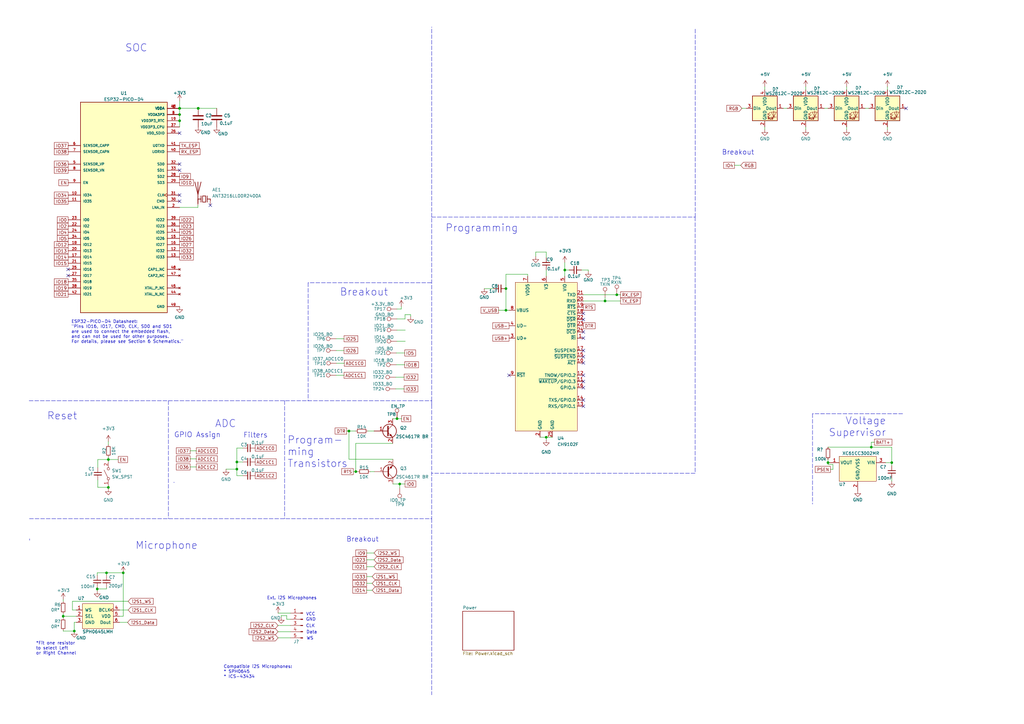
<source format=kicad_sch>
(kicad_sch (version 20211123) (generator eeschema)
  (paper "A3")
  (title_block (title "Open Source Smart Glasses v0.4") (date "2022-09-14") (rev "0.4") (company "Team Open Smart Glasses") (comment 1 "Design: Cayden Pierce, Nicholas Gray, Paul Hamilton") (comment 2 "License: MIT"))
  (junction (at 43.688 234.95))
  (junction (at 44.45 188.468))
  (junction (at 81.3054 44.4246))
  (junction (at 50.546 234.95))
  (junction (at 97.155 189.484))
  (junction (at 39.878 241.554))
  (junction (at 339.598 189.738))
  (junction (at 81.28 44.45))
  (junction (at 25.908 252.73))
  (junction (at 357.378 183.388))
  (junction (at 248.158 123.444))
  (junction (at 145.923 193.421))
  (junction (at 207.518 127.254))
  (junction (at 73.66 49.53))
  (junction (at 163.9316 198.501))
  (junction (at 44.45 199.898))
  (junction (at 231.648 110.744))
  (junction (at 97.155 192.405))
  (junction (at 207.518 118.364))
  (junction (at 30.48 258.826))
  (junction (at 365.76 189.738))
  (junction (at 73.66 46.99))
  (junction (at 224.028 179.324))
  (junction (at 162.8394 171.704))
  (junction (at 252.984 120.904))
  (junction (at 73.66 44.45))
  (junction (at 143.129 176.784))
  (junction (at 73.6346 44.4246))
  (no_connect (at 371.602 44.45))
  (no_connect (at 27.94 110.49))
  (no_connect (at 239.268 131.064))
  (no_connect (at 86.2584 84.1756))
  (no_connect (at 239.268 143.764))
  (no_connect (at 239.268 146.304))
  (no_connect (at 239.268 136.144))
  (no_connect (at 73.66 54.61))
  (no_connect (at 239.268 148.844))
  (no_connect (at 239.268 138.684))
  (no_connect (at 73.66 80.01))
  (no_connect (at 73.66 82.55))
  (no_connect (at 208.788 153.924))
  (no_connect (at 73.66 67.31))
  (no_connect (at 73.66 69.85))
  (no_connect (at 27.94 113.03))
  (no_connect (at 239.268 156.464))
  (no_connect (at 239.268 128.524))
  (no_connect (at 239.268 164.084))
  (no_connect (at 239.268 166.624))
  (no_connect (at 239.268 153.924))
  (no_connect (at 239.268 159.004))
  (wire (pts (xy 231.648 110.744) (xy 231.648 113.284)))
  (wire (pts (xy 363.22 189.738) (xy 365.76 189.738)))
  (wire (pts (xy 77.978 188.214) (xy 80.518 188.214)))
  (wire (pts (xy 146.7358 193.421) (xy 145.923 193.421)))
  (wire (pts (xy 239.268 120.904) (xy 252.984 120.904)))
  (wire (pts (xy 40.132 188.468) (xy 44.45 188.468)))
  (wire (pts (xy 238.506 110.744) (xy 241.3 110.744)))
  (wire (pts (xy 144.907 193.421) (xy 145.923 193.421)))
  (wire (pts (xy 221.488 179.324) (xy 224.028 179.324)))
  (wire (pts (xy 44.45 199.898) (xy 40.132 199.898)))
  (polyline (pts (xy 333.248 169.672) (xy 333.248 206.756)))
  (wire (pts (xy 224.028 179.324) (xy 226.568 179.324)))
  (wire (pts (xy 162.814 139.954) (xy 166.243 139.954)))
  (wire (pts (xy 162.56 149.606) (xy 165.989 149.606)))
  (wire (pts (xy 204.47 127.254) (xy 207.518 127.254)))
  (polyline (pts (xy 370.2304 169.7228) (xy 333.248 169.672)))
  (wire (pts (xy 339.598 189.738) (xy 339.598 190.5)))
  (wire (pts (xy 301.244 67.818) (xy 303.784 67.818)))
  (wire (pts (xy 44.45 199.39) (xy 44.45 199.898)))
  (polyline (pts (xy 12.065 212.725) (xy 177.038 212.725)))
  (wire (pts (xy 363.982 35.56) (xy 363.982 36.83)))
  (wire (pts (xy 43.688 241.554) (xy 43.688 241.046)))
  (wire (pts (xy 25.908 252.73) (xy 31.242 252.73)))
  (polyline (pts (xy 69.088 164.338) (xy 69.088 212.725)))
  (polyline (pts (xy 177.038 89.027) (xy 285.115 89.027)))
  (wire (pts (xy 114.046 259.08) (xy 119.126 259.08)))
  (wire (pts (xy 145.923 181.864) (xy 145.923 193.421)))
  (wire (pts (xy 357.378 181.356) (xy 357.378 183.388)))
  (wire (pts (xy 44.45 188.468) (xy 48.514 188.468)))
  (wire (pts (xy 202.438 118.364) (xy 198.628 118.364)))
  (polyline (pts (xy 177.038 212.725) (xy 177.038 284.988)))
  (polyline (pts (xy 285.0896 89.0016) (xy 285.0896 194.1068)))
  (polyline (pts (xy 285.0896 194.1068) (xy 176.9872 194.1068)))
  (wire (pts (xy 162.306 159.512) (xy 165.735 159.512)))
  (polyline (pts (xy 12.1158 220.98) (xy 12.1158 221.5896)))
  (wire (pts (xy 207.518 118.364) (xy 207.518 127.254)))
  (wire (pts (xy 137.922 138.938) (xy 141.097 138.938)))
  (wire (pts (xy 50.546 234.95) (xy 50.546 252.73)))
  (wire (pts (xy 150.368 229.616) (xy 153.416 229.616)))
  (wire (pts (xy 347.218 52.07) (xy 347.218 53.086)))
  (polyline (pts (xy 116.713 164.338) (xy 116.713 212.725)))
  (polyline (pts (xy 177.038 164.338) (xy 177.038 165.989)))
  (wire (pts (xy 73.6346 44.4246) (xy 81.3054 44.4246)))
  (wire (pts (xy 224.028 179.324) (xy 224.028 180.34)))
  (wire (pts (xy 49.022 250.19) (xy 52.578 250.19)))
  (wire (pts (xy 162.56 144.78) (xy 165.989 144.78)))
  (wire (pts (xy 151.8158 193.421) (xy 153.543 193.421)))
  (wire (pts (xy 49.022 255.27) (xy 52.324 255.27)))
  (wire (pts (xy 39.878 241.554) (xy 39.878 242.316)))
  (wire (pts (xy 97.155 189.484) (xy 97.155 192.405)))
  (wire (pts (xy 358.648 181.356) (xy 357.378 181.356)))
  (wire (pts (xy 44.45 187.452) (xy 44.45 188.468)))
  (wire (pts (xy 166.116 130.81) (xy 166.116 129.032)))
  (polyline (pts (xy 11.938 164.338) (xy 71.501 164.338)))
  (wire (pts (xy 224.028 103.378) (xy 224.028 105.664)))
  (wire (pts (xy 115.316 252.476) (xy 115.316 253.111)))
  (polyline (pts (xy 285.115 11.938) (xy 285.115 89.027)))
  (wire (pts (xy 73.66 46.99) (xy 73.66 49.53)))
  (wire (pts (xy 145.796 176.784) (xy 143.129 176.784)))
  (wire (pts (xy 137.922 153.924) (xy 141.097 153.924)))
  (wire (pts (xy 166.116 198.501) (xy 163.9316 198.501)))
  (wire (pts (xy 81.28 44.45) (xy 88.9 44.45)))
  (wire (pts (xy 313.69 35.56) (xy 313.69 36.83)))
  (wire (pts (xy 252.984 120.904) (xy 254.508 120.904)))
  (wire (pts (xy 341.63 192.532) (xy 340.614 192.532)))
  (wire (pts (xy 138.049 148.971) (xy 141.224 148.971)))
  (wire (pts (xy 31.242 255.27) (xy 30.48 255.27)))
  (polyline (pts (xy 117.094 164.338) (xy 177.038 164.338)))
  (wire (pts (xy 248.158 123.444) (xy 254.508 123.444)))
  (wire (pts (xy 207.518 127.254) (xy 208.788 127.254)))
  (wire (pts (xy 25.908 252.73) (xy 25.908 253.492)))
  (wire (pts (xy 77.978 184.912) (xy 80.518 184.912)))
  (wire (pts (xy 339.598 188.468) (xy 339.598 189.738)))
  (wire (pts (xy 119.126 254) (xy 117.602 254)))
  (wire (pts (xy 162.306 154.686) (xy 165.735 154.686)))
  (wire (pts (xy 339.598 183.388) (xy 357.378 183.388)))
  (wire (pts (xy 39.878 241.046) (xy 39.878 241.554)))
  (wire (pts (xy 219.71 103.378) (xy 224.028 103.378)))
  (wire (pts (xy 166.116 129.032) (xy 168.402 129.032)))
  (wire (pts (xy 164.592 125.73) (xy 164.592 126.746)))
  (wire (pts (xy 150.368 232.41) (xy 153.416 232.41)))
  (wire (pts (xy 241.3 110.744) (xy 241.3 111.252)))
  (wire (pts (xy 164.592 126.746) (xy 162.814 126.746)))
  (wire (pts (xy 216.408 113.284) (xy 216.408 112.522)))
  (wire (pts (xy 365.76 183.388) (xy 365.76 189.738)))
  (wire (pts (xy 365.76 189.738) (xy 365.76 191.008)))
  (wire (pts (xy 114.046 256.54) (xy 119.126 256.54)))
  (polyline (pts (xy 126.365 115.951) (xy 126.365 164.465)))
  (wire (pts (xy 40.132 199.898) (xy 40.132 196.85)))
  (wire (pts (xy 97.155 183.769) (xy 97.155 189.484)))
  (polyline (pts (xy 176.911 115.951) (xy 126.365 115.951)))
  (wire (pts (xy 25.908 251.714) (xy 25.908 252.73)))
  (wire (pts (xy 25.908 258.572) (xy 25.908 258.826)))
  (wire (pts (xy 143.129 176.784) (xy 143.129 188.341)))
  (wire (pts (xy 25.908 245.872) (xy 25.908 246.634)))
  (wire (pts (xy 357.378 183.388) (xy 365.76 183.388)))
  (wire (pts (xy 143.129 188.341) (xy 161.163 188.341)))
  (wire (pts (xy 77.978 191.516) (xy 80.518 191.516)))
  (wire (pts (xy 50.546 234.95) (xy 43.688 234.95)))
  (wire (pts (xy 150.368 242.062) (xy 152.654 242.062)))
  (wire (pts (xy 163.9316 198.501) (xy 163.9316 200.0758)))
  (wire (pts (xy 339.598 189.738) (xy 340.36 189.738)))
  (wire (pts (xy 92.71 192.405) (xy 97.155 192.405)))
  (wire (pts (xy 40.132 191.77) (xy 40.132 188.468)))
  (wire (pts (xy 162.8394 171.704) (xy 161.036 171.704)))
  (wire (pts (xy 97.155 195.072) (xy 99.568 195.072)))
  (wire (pts (xy 150.368 226.822) (xy 153.416 226.822)))
  (wire (pts (xy 117.602 252.476) (xy 115.316 252.476)))
  (wire (pts (xy 231.648 110.744) (xy 233.426 110.744)))
  (wire (pts (xy 142.24 176.784) (xy 143.129 176.784)))
  (wire (pts (xy 30.48 255.27) (xy 30.48 258.826)))
  (wire (pts (xy 339.598 190.5) (xy 341.63 190.5)))
  (wire (pts (xy 73.66 44.45) (xy 73.66 46.99)))
  (wire (pts (xy 99.568 183.769) (xy 97.155 183.769)))
  (wire (pts (xy 354.838 44.45) (xy 356.362 44.45)))
  (wire (pts (xy 117.602 254) (xy 117.602 252.476)))
  (wire (pts (xy 224.028 110.744) (xy 224.028 113.284)))
  (wire (pts (xy 248.158 121.92) (xy 248.158 123.444)))
  (wire (pts (xy 313.69 52.07) (xy 313.69 53.086)))
  (wire (pts (xy 304.292 44.45) (xy 306.07 44.45)))
  (wire (pts (xy 161.036 181.864) (xy 145.923 181.864)))
  (polyline (pts (xy 177.038 89.027) (xy 177.038 11.049)))
  (wire (pts (xy 25.908 258.826) (xy 30.48 258.826)))
  (polyline (pts (xy 177.038 165.989) (xy 177.038 212.725)))
  (wire (pts (xy 330.454 35.56) (xy 330.454 36.83)))
  (wire (pts (xy 168.402 129.032) (xy 168.402 129.794)))
  (wire (pts (xy 347.218 35.56) (xy 347.218 36.83)))
  (wire (pts (xy 119.126 251.46) (xy 114.046 251.46)))
  (wire (pts (xy 162.814 130.81) (xy 166.116 130.81)))
  (wire (pts (xy 29.718 250.19) (xy 29.718 246.634)))
  (wire (pts (xy 338.074 44.45) (xy 339.598 44.45)))
  (wire (pts (xy 239.268 123.444) (xy 248.158 123.444)))
  (wire (pts (xy 137.922 143.764) (xy 141.097 143.764)))
  (wire (pts (xy 39.878 234.95) (xy 39.878 235.966)))
  (wire (pts (xy 44.45 199.898) (xy 44.45 200.406)))
  (polyline (pts (xy 71.247 197.866) (xy 71.501 197.866)))
  (wire (pts (xy 207.518 112.522) (xy 207.518 118.364)))
  (wire (pts (xy 207.518 112.522) (xy 216.408 112.522)))
  (wire (pts (xy 73.66 85.09) (xy 81.1784 85.09)))
  (wire (pts (xy 365.76 196.088) (xy 365.76 197.358)))
  (wire (pts (xy 114.046 261.62) (xy 119.126 261.62)))
  (wire (pts (xy 44.45 181.102) (xy 44.45 182.372)))
  (wire (pts (xy 44.45 188.468) (xy 44.45 189.23)))
  (wire (pts (xy 219.71 105.156) (xy 219.71 103.378)))
  (wire (pts (xy 330.454 52.07) (xy 330.454 53.086)))
  (wire (pts (xy 81.1784 84.1756) (xy 81.1784 85.09)))
  (wire (pts (xy 97.155 192.405) (xy 97.155 195.072)))
  (wire (pts (xy 231.648 107.696) (xy 231.648 110.744)))
  (wire (pts (xy 39.878 241.554) (xy 43.688 241.554)))
  (wire (pts (xy 150.368 236.474) (xy 152.654 236.474)))
  (wire (pts (xy 99.568 189.484) (xy 97.155 189.484)))
  (wire (pts (xy 150.876 176.784) (xy 153.416 176.784)))
  (wire (pts (xy 341.63 190.5) (xy 341.63 192.532)))
  (wire (pts (xy 29.718 246.634) (xy 52.578 246.634)))
  (polyline (pts (xy 71.501 164.338) (xy 117.094 164.338)))
  (polyline (pts (xy 177.038 164.338) (xy 177.038 89.027)))
  (wire (pts (xy 162.814 135.382) (xy 166.243 135.382)))
  (wire (pts (xy 163.9316 198.501) (xy 161.163 198.501)))
  (wire (pts (xy 164.719 171.704) (xy 162.8394 171.704)))
  (wire (pts (xy 363.982 52.07) (xy 363.982 53.086)))
  (wire (pts (xy 43.688 234.95) (xy 43.688 235.966)))
  (wire (pts (xy 150.368 239.268) (xy 152.654 239.268)))
  (wire (pts (xy 73.66 49.53) (xy 73.66 52.07)))
  (wire (pts (xy 321.31 44.45) (xy 322.834 44.45)))
  (wire (pts (xy 43.688 234.95) (xy 39.878 234.95)))
  (wire (pts (xy 49.022 252.73) (xy 50.546 252.73)))
  (wire (pts (xy 73.66 41.402) (xy 73.66 44.45)))
  (wire (pts (xy 31.242 250.19) (xy 29.718 250.19)))
  (text "Ext. i2S Microphones" (at 109.474 246.126 0) (effects (font (size 1.27 1.27)) (justify left bottom)))
  (text "SOC" (at 60.5028 21.5392 180) (effects (font (size 3 3)) (justify right bottom)))
  (text "Programming\n" (at 212.5472 95.4024 180) (effects (font (size 3 3)) (justify right bottom)))
  (text "Reset" (at 31.75 172.466 180) (effects (font (size 3 3)) (justify right bottom)))
  (text "Filters" (at 109.855 179.832 180) (effects (font (size 2.1 2.1)) (justify right bottom)))
  (text "GND" (at 125.476 254.889 0) (effects (font (size 1.27 1.27)) (justify left bottom)))
  (text "Breakout" (at 309.372 63.754 180) (effects (font (size 2 2)) (justify right bottom)))
  (text "Breakout" (at 159.258 121.666 180) (effects (font (size 3 3)) (justify right bottom)))
  (text "*Fit one resistor\nto select Left \nor Right Channel" (at 14.732 268.732 0) (effects (font (size 1.27 1.27)) (justify left bottom)))
  (text "ESP32-PICO-D4 Datasheet: \n\"Pins IO16, IO17, CMD, CLK, SD0 and SD1 \nare used to connect the embedded flash, \nand can not be used for other purposes. \nFor details, please see Section 6 Schematics.\"" (at 29.21 140.97 0) (effects (font (size 1.27 1.27)) (justify left bottom)))
  (text "GPIO Assign" (at 90.551 179.705 180) (effects (font (size 2.1 2.1)) (justify right bottom)))
  (text "Microphone" (at 81.1276 225.6028 180) (effects (font (size 3 3)) (justify right bottom)))
  (text "ADC" (at 96.901 175.641 180) (effects (font (size 3 3)) (justify right bottom)))
  (text "Breakout" (at 155.3718 222.4786 180) (effects (font (size 2 2)) (justify right bottom)))
  (text "CLK" (at 125.476 257.556 0) (effects (font (size 1.27 1.27)) (justify left bottom)))
  (text "WS" (at 125.73 262.636 0) (effects (font (size 1.27 1.27)) (justify left bottom)))
  (text "Data" (at 125.603 260.096 0) (effects (font (size 1.27 1.27)) (justify left bottom)))
  (text "Compatible i2S Microphones:\n* SPH0645\n* ICS-43434" (at 91.694 278.384 0) (effects (font (size 1.27 1.27)) (justify left bottom)))
  (text "Voltage\nSupervisor" (at 363.474 179.324 180) (effects (font (size 3 3)) (justify right bottom)))
  (text "VCC" (at 125.476 252.73 0) (effects (font (size 1.27 1.27)) (justify left bottom)))
  (text "Program-\nming\nTransistors\n" (at 117.856 192.024 0) (effects (font (size 3 3)) (justify left bottom)))
  (global_label "TX_ESP" (shape passive) (at 73.66 59.69 0) (property "Intersheet References" "${INTERSHEET_REFS}" (effects hide)))
  (global_label "IO22" (shape passive) (at 73.66 90.17 0) (property "Intersheet References" "${INTERSHEET_REFS}" (effects hide)))
  (global_label "IO5" (shape passive) (at 27.94 97.79 180) (property "Intersheet References" "${INTERSHEET_REFS}" (effects hide)))
  (global_label "IO21" (shape passive) (at 150.368 232.41 180) (property "Intersheet References" "${INTERSHEET_REFS}" (effects hide)))
  (global_label "IO21" (shape passive) (at 27.94 120.65 180) (property "Intersheet References" "${INTERSHEET_REFS}" (effects hide)))
  (global_label "EN" (shape passive) (at 48.514 188.468 0) (property "Intersheet References" "${INTERSHEET_REFS}" (effects hide)))
  (global_label "USB+" (shape passive) (at 208.788 138.684 180) (property "Intersheet References" "${INTERSHEET_REFS}" (effects hide)))
  (global_label "IO23" (shape passive) (at 150.368 229.616 180) (property "Intersheet References" "${INTERSHEET_REFS}" (effects hide)))
  (global_label "IO15" (shape passive) (at 27.94 107.95 180) (property "Intersheet References" "${INTERSHEET_REFS}" (effects hide)))
  (global_label "IO4" (shape passive) (at 301.244 67.818 180) (property "Intersheet References" "${INTERSHEET_REFS}" (effects hide)))
  (global_label "ADC1C0" (shape passive) (at 80.518 184.912 0) (property "Intersheet References" "${INTERSHEET_REFS}" (effects hide)))
  (global_label "i2S1_WS" (shape input) (at 152.654 236.474 0) (property "Intersheet References" "${INTERSHEET_REFS}" (effects hide)))
  (global_label "ADC1C2" (shape passive) (at 104.648 195.072 0) (property "Intersheet References" "${INTERSHEET_REFS}" (effects hide)))
  (global_label "IO0" (shape passive) (at 166.116 198.501 0) (property "Intersheet References" "${INTERSHEET_REFS}" (effects hide)))
  (global_label "IO2" (shape passive) (at 27.94 92.71 180) (property "Intersheet References" "${INTERSHEET_REFS}" (effects hide)))
  (global_label "EN" (shape passive) (at 27.94 74.93 180) (property "Intersheet References" "${INTERSHEET_REFS}" (effects hide)))
  (global_label "IO33" (shape passive) (at 150.368 236.474 180) (property "Intersheet References" "${INTERSHEET_REFS}" (effects hide)))
  (global_label "IO39" (shape passive) (at 27.94 69.85 180) (property "Intersheet References" "${INTERSHEET_REFS}" (effects hide)))
  (global_label "ADC1C0" (shape passive) (at 104.648 183.769 0) (property "Intersheet References" "${INTERSHEET_REFS}" (effects hide)))
  (global_label "i2S1_CLK" (shape input) (at 152.654 239.268 0) (property "Intersheet References" "${INTERSHEET_REFS}" (effects hide)))
  (global_label "IO14" (shape passive) (at 27.94 105.41 180) (property "Intersheet References" "${INTERSHEET_REFS}" (effects hide)))
  (global_label "ADC1C0" (shape passive) (at 141.224 148.971 0) (property "Intersheet References" "${INTERSHEET_REFS}" (effects hide)))
  (global_label "DTR" (shape passive) (at 239.268 133.604 0) (property "Intersheet References" "${INTERSHEET_REFS}" (effects hide)))
  (global_label "BATT+" (shape passive) (at 358.648 181.356 0) (property "Intersheet References" "${INTERSHEET_REFS}" (effects hide)))
  (global_label "DTR" (shape passive) (at 142.24 176.784 180) (property "Intersheet References" "${INTERSHEET_REFS}" (effects hide)))
  (global_label "IO32" (shape passive) (at 73.66 102.87 0) (property "Intersheet References" "${INTERSHEET_REFS}" (effects hide)))
  (global_label "IO25" (shape passive) (at 141.097 138.938 0) (property "Intersheet References" "${INTERSHEET_REFS}" (effects hide)))
  (global_label "IO19" (shape passive) (at 27.94 118.11 180) (property "Intersheet References" "${INTERSHEET_REFS}" (effects hide)))
  (global_label "i2S2_CLK" (shape input) (at 114.046 256.54 180) (property "Intersheet References" "${INTERSHEET_REFS}" (effects hide)))
  (global_label "IO34" (shape passive) (at 27.94 80.01 180) (property "Intersheet References" "${INTERSHEET_REFS}" (effects hide)))
  (global_label "IO26" (shape passive) (at 141.097 143.764 0) (property "Intersheet References" "${INTERSHEET_REFS}" (effects hide)))
  (global_label "IO10" (shape passive) (at 73.66 74.93 0) (property "Intersheet References" "${INTERSHEET_REFS}" (effects hide)))
  (global_label "RGB" (shape input) (at 304.292 44.45 180) (property "Intersheet References" "${INTERSHEET_REFS}" (effects hide)))
  (global_label "IO12" (shape passive) (at 27.94 100.33 180) (property "Intersheet References" "${INTERSHEET_REFS}" (effects hide)))
  (global_label "RX_ESP" (shape passive) (at 73.66 62.23 0) (property "Intersheet References" "${INTERSHEET_REFS}" (effects hide)))
  (global_label "IO9" (shape passive) (at 150.368 226.822 180) (property "Intersheet References" "${INTERSHEET_REFS}" (effects hide)))
  (global_label "IO32" (shape passive) (at 165.735 154.686 0) (property "Intersheet References" "${INTERSHEET_REFS}" (effects hide)))
  (global_label "RTS" (shape passive) (at 144.907 193.421 180) (property "Intersheet References" "${INTERSHEET_REFS}" (effects hide)))
  (global_label "IO18" (shape passive) (at 27.94 115.57 180) (property "Intersheet References" "${INTERSHEET_REFS}" (effects hide)))
  (global_label "IO27" (shape passive) (at 73.66 100.33 0) (property "Intersheet References" "${INTERSHEET_REFS}" (effects hide)))
  (global_label "i2S1_CLK" (shape input) (at 52.578 250.19 0) (property "Intersheet References" "${INTERSHEET_REFS}" (effects hide)))
  (global_label "IO33" (shape passive) (at 73.66 105.41 0) (property "Intersheet References" "${INTERSHEET_REFS}" (effects hide)))
  (global_label "IO38" (shape passive) (at 27.94 62.23 180) (property "Intersheet References" "${INTERSHEET_REFS}" (effects hide)))
  (global_label "IO33" (shape passive) (at 165.735 159.512 0) (property "Intersheet References" "${INTERSHEET_REFS}" (effects hide)))
  (global_label "IO0" (shape passive) (at 27.94 90.17 180) (property "Intersheet References" "${INTERSHEET_REFS}" (effects hide)))
  (global_label "IO38" (shape passive) (at 77.978 188.214 180) (property "Intersheet References" "${INTERSHEET_REFS}" (effects hide)))
  (global_label "i2S2_Data" (shape input) (at 153.416 229.616 0) (property "Intersheet References" "${INTERSHEET_REFS}" (effects hide)))
  (global_label "ADC1C1" (shape passive) (at 141.097 153.924 0) (property "Intersheet References" "${INTERSHEET_REFS}" (effects hide)))
  (global_label "IO37" (shape passive) (at 27.94 59.69 180) (property "Intersheet References" "${INTERSHEET_REFS}" (effects hide)))
  (global_label "i2S2_WS" (shape input) (at 114.046 261.62 180) (property "Intersheet References" "${INTERSHEET_REFS}" (effects hide)))
  (global_label "TX_ESP" (shape passive) (at 254.508 123.444 0) (property "Intersheet References" "${INTERSHEET_REFS}" (effects hide)))
  (global_label "ADC1C1" (shape passive) (at 80.518 188.214 0) (property "Intersheet References" "${INTERSHEET_REFS}" (effects hide)))
  (global_label "USB-" (shape passive) (at 208.788 133.604 180) (property "Intersheet References" "${INTERSHEET_REFS}" (effects hide)))
  (global_label "IO32" (shape passive) (at 150.368 239.268 180) (property "Intersheet References" "${INTERSHEET_REFS}" (effects hide)))
  (global_label "RGB" (shape input) (at 303.784 67.818 0) (property "Intersheet References" "${INTERSHEET_REFS}" (effects hide)))
  (global_label "i2S1_Data" (shape input) (at 152.654 242.062 0) (property "Intersheet References" "${INTERSHEET_REFS}" (effects hide)))
  (global_label "IO23" (shape passive) (at 73.66 92.71 0) (property "Intersheet References" "${INTERSHEET_REFS}" (effects hide)))
  (global_label "IO13" (shape passive) (at 27.94 102.87 180) (property "Intersheet References" "${INTERSHEET_REFS}" (effects hide)))
  (global_label "V_USB" (shape passive) (at 204.47 127.254 180) (property "Intersheet References" "${INTERSHEET_REFS}" (effects hide)))
  (global_label "i2S2_WS" (shape input) (at 153.416 226.822 0) (property "Intersheet References" "${INTERSHEET_REFS}" (effects hide)))
  (global_label "IO25" (shape passive) (at 73.66 95.25 0) (property "Intersheet References" "${INTERSHEET_REFS}" (effects hide)))
  (global_label "IO35" (shape passive) (at 27.94 82.55 180) (property "Intersheet References" "${INTERSHEET_REFS}" (effects hide)))
  (global_label "IO18" (shape passive) (at 165.989 149.606 0) (property "Intersheet References" "${INTERSHEET_REFS}" (effects hide)))
  (global_label "IO14" (shape passive) (at 150.368 242.062 180) (property "Intersheet References" "${INTERSHEET_REFS}" (effects hide)))
  (global_label "IO36" (shape passive) (at 77.978 191.516 180) (property "Intersheet References" "${INTERSHEET_REFS}" (effects hide)))
  (global_label "i2S1_Data" (shape input) (at 52.324 255.27 0) (property "Intersheet References" "${INTERSHEET_REFS}" (effects hide)))
  (global_label "IO36" (shape passive) (at 27.94 67.31 180) (property "Intersheet References" "${INTERSHEET_REFS}" (effects hide)))
  (global_label "i2S2_Data" (shape input) (at 114.046 259.08 180) (property "Intersheet References" "${INTERSHEET_REFS}" (effects hide)))
  (global_label "EN" (shape passive) (at 164.719 171.704 0) (property "Intersheet References" "${INTERSHEET_REFS}" (effects hide)))
  (global_label "ADC1C1" (shape passive) (at 104.648 189.484 0) (property "Intersheet References" "${INTERSHEET_REFS}" (effects hide)))
  (global_label "ADC1C2" (shape passive) (at 80.518 191.516 0) (property "Intersheet References" "${INTERSHEET_REFS}" (effects hide)))
  (global_label "RX_ESP" (shape passive) (at 254.508 120.904 0) (property "Intersheet References" "${INTERSHEET_REFS}" (effects hide)))
  (global_label "IO4" (shape passive) (at 27.94 95.25 180) (property "Intersheet References" "${INTERSHEET_REFS}" (effects hide)))
  (global_label "RTS" (shape passive) (at 239.268 125.984 0) (property "Intersheet References" "${INTERSHEET_REFS}" (effects hide)))
  (global_label "PSEN" (shape passive) (at 340.614 192.532 180) (property "Intersheet References" "${INTERSHEET_REFS}" (effects hide)))
  (global_label "i2S1_WS" (shape input) (at 52.578 246.634 0) (property "Intersheet References" "${INTERSHEET_REFS}" (effects hide)))
  (global_label "IO37" (shape passive) (at 77.978 184.912 180) (property "Intersheet References" "${INTERSHEET_REFS}" (effects hide)))
  (global_label "i2S2_CLK" (shape input) (at 153.416 232.41 0) (property "Intersheet References" "${INTERSHEET_REFS}" (effects hide)))
  (global_label "IO26" (shape passive) (at 73.66 97.79 0) (property "Intersheet References" "${INTERSHEET_REFS}" (effects hide)))
  (global_label "IO9" (shape passive) (at 73.66 72.39 0) (property "Intersheet References" "${INTERSHEET_REFS}" (effects hide)))
  (global_label "IO5" (shape passive) (at 165.989 144.78 0) (property "Intersheet References" "${INTERSHEET_REFS}" (effects hide)))
  (symbol (lib_id "Connector:TestPoint") (at 138.049 148.971 90) (unit 1)
    (property "Reference" "TP10" (at 131.318 149.098 90))
    (property "Value" "IO37_ADC1C0" (at 134.493 147.193 90))
    (property "Footprint" "OSSG_footprints:Breakout_pads_small" (effects hide))
  )
  (symbol (lib_id "power:+5V") (at 363.982 35.56 0) (unit 1)
    (property "Reference" "#PWR?" (effects hide))
    (property "Value" "+5V" (at 363.982 30.48 0))
  )
  (symbol (lib_id "Connector:TestPoint") (at 162.8394 171.704 0) (unit 1)
    (property "Reference" "TP8" (at 158.75 169.926 0) (effects (justify left)))
    (property "Value" "EN_TP" (at 160.2994 166.624 0) (effects (justify left)))
    (property "Footprint" "TestPoint:TestPoint_Pad_D1.0mm" (effects hide))
  )
  (symbol (lib_id "power:GND") (at 313.69 53.086 0) (unit 1)
    (property "Reference" "#PWR?" (effects hide))
    (property "Value" "GND" (at 313.69 56.896 0))
  )
  (symbol (lib_id "power:GND") (at 44.45 200.406 0) (unit 1)
    (property "Reference" "#PWR0110" (effects hide))
    (property "Value" "GND" (at 44.45 205.105 0))
  )
  (symbol (lib_id "power:GND") (at 347.218 53.086 0) (unit 1)
    (property "Reference" "#PWR?" (effects hide))
    (property "Value" "GND" (at 347.218 56.896 0))
  )
  (symbol (lib_id "power:GND") (at 241.3 111.252 0) (unit 1)
    (property "Reference" "#PWR0124" (effects hide))
    (property "Value" "GND" (at 241.3 114.808 0))
  )
  (symbol (lib_id "Connector:TestPoint") (at 162.56 149.606 90) (unit 1)
    (property "Reference" "TP2" (at 158.242 149.606 90) (effects (justify left)))
    (property "Value" "IO18_BO" (at 161.29 147.828 90) (effects (justify left)))
    (property "Footprint" "OSSG_footprints:Breakout_pads_small" (effects hide))
  )
  (symbol (lib_id "Connector:TestPoint") (at 162.814 130.81 90) (unit 1)
    (property "Reference" "TP18" (at 158.242 130.81 90) (effects (justify left)))
    (property "Value" "GND_BO" (at 161.544 129.032 90) (effects (justify left)))
    (property "Footprint" "OSSG_footprints:Breakout_pads" (effects hide))
  )
  (symbol (lib_id "power:+5V") (at 313.69 35.56 0) (unit 1)
    (property "Reference" "#PWR?" (effects hide))
    (property "Value" "+5V" (at 313.69 30.48 0))
  )
  (symbol (lib_id "Connector:TestPoint") (at 248.158 121.92 0) (unit 1)
    (property "Reference" "TP3" (at 246.634 114.808 0) (effects (justify left)))
    (property "Value" "TXIN" (at 245.999 116.586 0) (effects (justify left)))
    (property "Footprint" "TestPoint:TestPoint_Pad_D1.0mm" (effects hide))
  )
  (symbol (lib_id "Device:R_Small") (at 148.336 176.784 90) (unit 1)
    (property "Reference" "R14" (at 148.336 175.133 90))
    (property "Value" "10K" (at 148.336 178.943 90))
    (property "Footprint" "Resistor_SMD:R_0402_1005Metric" (effects hide))
    (property "Datasheet" "https://www.seielect.com/catalog/sei-rmcf_rmcp.pdf" (effects hide))
    (property "DigiKeyLink" "https://www.digikey.ca/en/products/detail/stackpole-electronics-inc/RMCF0402JT10K0/1758206" (effects hide))
    (property "MPN" "RMCF0402JT10K0CT-ND" (effects hide))
    (property "Price" "0.018" (effects hide))
    (property "MPN_LCSC" "C2906885" (effects hide))
    (property "Price_LCSC" "0.0005" (effects hide))
    (property "LCSCLink" "https://lcsc.com/product-detail/Chip-span-style-background-color-ff0-Resistor-span-Surface-Mount_FOJAN-FRC0402J103-TS_C2906885.html" (effects hide))
  )
  (symbol (lib_id "power:GND") (at 92.71 192.405 0) (unit 1)
    (property "Reference" "#PWR0111" (effects hide))
    (property "Value" "GND" (at 92.71 196.596 0))
  )
  (symbol (lib_id "Device:Q_NPN_BEC") (at 158.623 193.421 0) (mirror x) (unit 1)
    (property "Reference" "Q3" (at 164.084 192.1509 0) (effects (justify left)))
    (property "Value" "2SC4617R BR" (at 162.306 195.58 0) (effects (justify left)))
    (property "Footprint" "Package_TO_SOT_SMD:SOT-523" (effects hide))
    (property "LCSCLink" "https://lcsc.com/product-detail/Bipolar-Transistors-BJT_CBI-2SC4617R-BR_C2836080.html" (effects hide))
    (property "Price_LCSC" "0.0163" (effects hide))
    (property "MPN_LCSC" "C2836080" (effects hide))
  )
  (symbol (lib_id "Device:C_Small") (at 43.688 238.506 180) (unit 1)
    (property "Reference" "C?" (at 47.244 236.728 0) (effects (justify left)))
    (property "Value" "200pF" (at 50.546 240.284 0) (effects (justify left)))
    (property "Footprint" "Capacitor_SMD:C_0402_1005Metric" (effects hide))
    (property "Datasheet" "https://datasheet.lcsc.com/lcsc/1811141742_FH-Guangdong-Fenghua-Advanced-Tech-0402B104K160NT_C41851.pdf" (effects hide))
    (property "MPN_LCSC" "C41851" (effects hide))
    (property "Price_LCSC" "0.0009" (effects hide))
    (property "LinkLCSC" "https://lcsc.com/product-detail/Multilayer-Ceramic-Capacitors-MLCC-SMD-SMT_FH-Guangdong-Fenghua-Advanced-Tech-0402B104K160NT_C41851.html" (effects hide))
  )
  (symbol (lib_id "power:GND") (at 115.316 253.111 0) (unit 1)
    (property "Reference" "#PWR0116" (effects hide))
    (property "Value" "GND" (at 113.03 253.4412 0))
  )
  (symbol (lib_id "Connector:TestPoint") (at 162.814 139.954 90) (unit 1)
    (property "Reference" "TP20" (at 158.496 140.081 90) (effects (justify left)))
    (property "Value" "IO14_BO" (at 161.544 138.303 90) (effects (justify left)))
    (property "Footprint" "OSSG_footprints:Breakout_pads_small" (effects hide))
  )
  (symbol (lib_id "power:GND") (at 168.402 129.794 0) (unit 1)
    (property "Reference" "#PWR02" (effects hide))
    (property "Value" "GND" (at 171.704 132.08 0))
  )
  (symbol (lib_id "power:+5V") (at 330.454 35.56 0) (unit 1)
    (property "Reference" "#PWR?" (effects hide))
    (property "Value" "+5V" (at 330.454 30.48 0))
  )
  (symbol (lib_id "OSSG_components_lib:WS2812C-2020") (at 313.69 44.45 0) (unit 1)
    (property "Reference" "D?" (at 318.008 36.576 0))
    (property "Value" "WS2812C-2020" (at 321.564 38.354 0))
    (property "Footprint" "OSSG_footprints:LED_WS2812C-2020" (effects hide))
  )
  (symbol (lib_id "power:GND") (at 81.28 52.07 0) (unit 1)
    (property "Reference" "#PWR0101" (effects hide))
    (property "Value" "GND" (at 84.328 54.356 0))
  )
  (symbol (lib_id "power:+3.3V") (at 164.592 125.73 0) (unit 1)
    (property "Reference" "#PWR01" (effects hide))
    (property "Value" "+3.3V" (at 166.624 122.174 0))
  )
  (symbol (lib_id "power:GND") (at 198.628 118.364 0) (unit 1)
    (property "Reference" "#PWR0123" (effects hide))
    (property "Value" "GND" (at 198.628 121.92 0))
  )
  (symbol (lib_id "power:GND") (at 88.9 52.07 0) (unit 1)
    (property "Reference" "#PWR0104" (effects hide))
    (property "Value" "GND" (at 91.44 54.864 0))
  )
  (symbol (lib_id "wch-usb-uart:CH9102F") (at 224.028 146.304 0) (unit 1)
    (property "Reference" "U4" (at 228.5874 179.7304 0) (effects (justify left)))
    (property "Value" "CH9102F" (at 228.5874 182.2704 0) (effects (justify left)))
    (property "Footprint" "Package_DFN_QFN:QFN-24-1EP_4x4mm_P0.5mm_EP2.6x2.6mm" (effects hide))
    (property "Datasheet" "https://datasheet.lcsc.com/lcsc/2108181630_WCH-Jiangsu-Qin-Heng-CH9102F_C2858418.pdf" (effects hide))
    (property "MPN_LCSC" "C2858418" (effects hide))
    (property "Price_LCSC" "1.35" (effects hide))
  )
  (symbol (lib_id "Connector:TestPoint") (at 162.814 135.382 90) (unit 1)
    (property "Reference" "TP19" (at 158.242 135.382 90) (effects (justify left)))
    (property "Value" "IO21_BO" (at 161.544 133.604 90) (effects (justify left)))
    (property "Footprint" "OSSG_footprints:Breakout_pads_small" (effects hide))
  )
  (symbol (lib_id "Device:R_Small") (at 149.2758 193.421 90) (unit 1)
    (property "Reference" "R15" (at 149.2758 191.77 90))
    (property "Value" "10K" (at 149.2758 195.58 90))
    (property "Footprint" "Resistor_SMD:R_0402_1005Metric" (effects hide))
    (property "Datasheet" "https://www.seielect.com/catalog/sei-rmcf_rmcp.pdf" (effects hide))
    (property "DigiKeyLink" "https://www.digikey.ca/en/products/detail/stackpole-electronics-inc/RMCF0402JT10K0/1758206" (effects hide))
    (property "MPN" "RMCF0402JT10K0CT-ND" (effects hide))
    (property "Price" "0.018" (effects hide))
    (property "MPN_LCSC" "C2906885" (effects hide))
    (property "Price_LCSC" "0.0005" (effects hide))
    (property "LCSCLink" "https://lcsc.com/product-detail/Chip-span-style-background-color-ff0-Resistor-span-Surface-Mount_FOJAN-FRC0402J103-TS_C2906885.html" (effects hide))
  )
  (symbol (lib_id "power:GND") (at 330.454 53.086 0) (unit 1)
    (property "Reference" "#PWR?" (effects hide))
    (property "Value" "GND" (at 330.454 56.896 0))
  )
  (symbol (lib_id "power:+5V") (at 347.218 35.56 0) (unit 1)
    (property "Reference" "#PWR?" (effects hide))
    (property "Value" "+5V" (at 347.218 30.48 0))
  )
  (symbol (lib_id "OSSG_components_lib:SPH0645LMH") (at 40.132 252.73 0) (unit 1)
    (property "Reference" "U?" (at 33.274 245.364 0))
    (property "Value" "SPH0645LMH" (at 40.132 259.08 0))
    (property "Footprint" "OSSG_footprints:SPH0645LM4H-B-SMD-GND" (effects hide))
  )
  (symbol (lib_id "Device:R_Small") (at 44.45 184.912 180) (unit 1)
    (property "Reference" "R2" (at 42.799 184.912 90))
    (property "Value" "10K" (at 46.609 184.912 90))
    (property "Footprint" "Resistor_SMD:R_0402_1005Metric" (effects hide))
    (property "Datasheet" "https://www.seielect.com/catalog/sei-rmcf_rmcp.pdf" (effects hide))
    (property "DigiKeyLink" "https://www.digikey.ca/en/products/detail/stackpole-electronics-inc/RMCF0402JT10K0/1758206" (effects hide))
    (property "MPN" "RMCF0402JT10K0CT-ND" (effects hide))
    (property "Price" "0.018" (effects hide))
    (property "MPN_LCSC" "C2906885" (effects hide))
    (property "Price_LCSC" "0.0005" (effects hide))
    (property "LCSCLink" "https://lcsc.com/product-detail/Chip-span-style-background-color-ff0-Resistor-span-Surface-Mount_FOJAN-FRC0402J103-TS_C2906885.html" (effects hide))
  )
  (symbol (lib_id "power:+3.3V") (at 73.66 41.402 0) (unit 1)
    (property "Reference" "#PWR0108" (effects hide))
    (property "Value" "+3.3V" (at 73.66 38.1 0))
  )
  (symbol (lib_id "OSSG_components_lib:WS2812C-2020") (at 330.454 44.45 0) (unit 1)
    (property "Reference" "D?" (at 335.026 36.322 0))
    (property "Value" "WS2812C-2020" (at 338.582 38.1 0))
    (property "Footprint" "OSSG_footprints:LED_WS2812C-2020" (effects hide))
  )
  (symbol (lib_id "power:+3.3V") (at 44.45 181.102 0) (unit 1)
    (property "Reference" "#PWR05" (effects hide))
    (property "Value" "+3.3V" (at 44.45 175.768 0))
  )
  (symbol (lib_id "power:+3.3V") (at 25.908 245.872 0) (mirror y) (unit 1)
    (property "Reference" "#PWR0118" (effects hide))
    (property "Value" "+3.3V" (at 25.9588 242.1128 0))
  )
  (symbol (lib_id "OSSG_components_lib:WS2812C-2020") (at 363.982 44.45 0) (unit 1)
    (property "Reference" "D?" (at 369.062 35.814 0))
    (property "Value" "WS2812C-2020" (at 372.364 37.846 0))
    (property "Footprint" "OSSG_footprints:LED_WS2812C-2020" (effects hide))
  )
  (symbol (lib_id "OSSG_components_lib:WS2812C-2020") (at 347.218 44.45 0) (unit 1)
    (property "Reference" "D?" (at 352.044 36.068 0))
    (property "Value" "WS2812C-2020" (at 355.346 38.1 0))
    (property "Footprint" "OSSG_footprints:LED_WS2812C-2020" (effects hide))
  )
  (symbol (lib_id "Device:C") (at 88.9 48.26 0) (unit 1)
    (property "Reference" "C5" (at 91.821 47.4253 0) (effects (justify left)))
    (property "Value" "0.1uF" (at 90.043 50.546 0) (effects (justify left)))
    (property "Footprint" "Capacitor_SMD:C_0402_1005Metric" (effects hide))
    (property "Datasheet" "https://media.digikey.com/pdf/Data%20Sheets/Samsung%20PDFs/CL05A104KA5NNNC.pdf" (effects hide))
    (property "DigiKeyLink" "https://www.digikey.ca/en/products/detail/samsung-electro-mechanics/CL05A104KA5NNNC/3886701" (effects hide))
    (property "Price" "0.006" (effects hide))
    (property "MPN" "1276-1043-1-ND" (effects hide))
    (property "MPN_LCSC" "C41851" (effects hide))
    (property "Price_LCSC" "0.0008" (effects hide))
    (property "LinkLCSC" "https://lcsc.com/product-detail/Multilayer-Ceramic-Capacitors-MLCC-SMD-SMT_FH-Guangdong-Fenghua-Advanced-Tech-0402B104K160NT_C41851.html" (effects hide))
  )
  (symbol (lib_id "Device:Antenna_Chip") (at 83.7184 81.6356 0) (mirror y) (unit 1)
    (property "Reference" "AE1" (at 87.0204 77.8255 0) (effects (justify right)))
    (property "Value" "ANT3216LL00R2400A" (at 87.0204 80.3655 0) (effects (justify right)))
    (property "Footprint" "OSSG_footprints:ANT3216LL00R2400A" (effects hide))
    (property "Datasheet" "https://datasheet.lcsc.com/lcsc/1810241140_YAGEO-ANT3216LL00R2400A_C293767.pdf" (effects hide))
    (property "MPN_LCSC" "C293767" (effects hide))
    (property "Price_LCSC" "0.1226" (effects hide))
  )
  (symbol (lib_id "Connector:TestPoint") (at 162.306 154.686 90) (unit 1)
    (property "Reference" "TP22" (at 157.734 154.686 90) (effects (justify left)))
    (property "Value" "IO32_BO" (at 161.036 152.654 90) (effects (justify left)))
    (property "Footprint" "OSSG_footprints:Breakout_pads_small" (effects hide))
  )
  (symbol (lib_id "power:GND") (at 73.66 125.73 0) (unit 1)
    (property "Reference" "#PWR0103" (effects hide))
    (property "Value" "GND" (at 73.66 130.1734 0))
  )
  (symbol (lib_id "power:GND") (at 351.79 201.168 0) (unit 1)
    (property "Reference" "#PWR?" (effects hide))
    (property "Value" "GND" (at 351.79 204.978 0))
  )
  (symbol (lib_id "Connector:TestPoint") (at 163.9316 200.0758 180) (unit 1)
    (property "Reference" "TP9" (at 165.8366 206.9338 0) (effects (justify left)))
    (property "Value" "IO0_TP" (at 166.4716 205.1558 0) (effects (justify left)))
    (property "Footprint" "TestPoint:TestPoint_Pad_D1.0mm" (effects hide))
  )
  (symbol (lib_id "OSSG_components_lib:XC61C_voltage_supervisor") (at 351.79 191.008 0) (unit 1)
    (property "Reference" "U?" (at 345.44 198.628 0))
    (property "Value" "XC61CC3002MR" (at 353.06 185.928 0))
    (property "Footprint" "Package_TO_SOT_SMD:SOT-23" (effects hide))
    (property "Datasheet" "https://datasheet.lcsc.com/lcsc/1811010914_Torex-Semicon-XC61CC3002MR_C80698.pdf" (effects hide))
    (property "MPN_LSCC" "C80698" (effects hide))
    (property "Price_LCSC" "0.1688" (effects hide))
  )
  (symbol (lib_id "Device:R_Small") (at 25.908 256.032 180) (unit 1)
    (property "Reference" "R?" (at 23.622 254.8636 0))
    (property "Value" "0R*" (at 22.7076 256.9972 0))
    (property "Footprint" "Resistor_SMD:R_0402_1005Metric" (effects hide))
    (property "Datasheet" "https://www.seielect.com/catalog/sei-rmcf_rmcp.pdf" (effects hide))
    (property "DigiKeyLink" "https://www.digikey.ca/en/products/detail/stackpole-electronics-inc/RMCF0402JT10K0/1758206" (effects hide))
    (property "MPN" "RMCF0402JT10K0CT-ND" (effects hide))
    (property "Price" "0.018" (effects hide))
    (property "MPN_LCSC" "C2906885" (effects hide))
    (property "Price_LCSC" "0.0005" (effects hide))
    (property "LCSCLink" "https://lcsc.com/product-detail/Chip-span-style-background-color-ff0-Resistor-span-Surface-Mount_FOJAN-FRC0402J103-TS_C2906885.html" (effects hide))
  )
  (symbol (lib_id "Connector:TestPoint") (at 162.56 144.78 90) (unit 1)
    (property "Reference" "TP21" (at 158.496 144.78 90) (effects (justify left)))
    (property "Value" "IO5_BO" (at 161.29 143.002 90) (effects (justify left)))
    (property "Footprint" "OSSG_footprints:Breakout_pads_small" (effects hide))
  )
  (symbol (lib_id "Switch:SW_SPST") (at 44.45 194.31 90) (unit 1)
    (property "Reference" "SW1" (at 45.847 193.0399 90) (effects (justify right)))
    (property "Value" "SW_SPST" (at 45.847 195.5799 90) (effects (justify right)))
    (property "Footprint" "Button_Switch_SMD:SW_SPST_B3U-3000P-B" (effects hide))
    (property "Datasheet" "https://omronfs.omron.com/en_US/ecb/products/pdf/en-b3u.pdf" (effects hide))
    (property "DigiKeyLink" "https://www.digikey.ca/en/products/detail/omron-electronics-inc-emc-div/B3U-3100P-B/1811780" (effects hide))
    (property "MPN" "SW1103CT-ND" (effects hide))
    (property "Price" "1.49" (effects hide))
    (property "MPN_LCSC" "C306884" (effects hide))
    (property "Price_LCSSC" "0.8963" (effects hide))
    (property "LCSCLink" "https://lcsc.com/product-detail/Tactile-Switches_Omron-Electronics-B3U-3000PM-B_C306884.html" (effects hide))
  )
  (symbol (lib_id "Connector:TestPoint") (at 162.814 126.746 90) (unit 1)
    (property "Reference" "TP17" (at 158.242 126.746 90) (effects (justify left)))
    (property "Value" "+3.3V_BO" (at 161.544 124.714 90) (effects (justify left)))
    (property "Footprint" "OSSG_footprints:Breakout_pads" (effects hide))
  )
  (symbol (lib_id "power:GND") (at 224.028 180.34 0) (unit 1)
    (property "Reference" "#PWR0125" (effects hide))
    (property "Value" "GND" (at 224.028 185.42 0))
  )
  (symbol (lib_id "Device:R_Small") (at 25.908 249.174 180) (unit 1)
    (property "Reference" "R6" (at 23.622 248.0056 0))
    (property "Value" "0R*" (at 22.7076 250.1392 0))
    (property "Footprint" "Resistor_SMD:R_0402_1005Metric" (effects hide))
    (property "Datasheet" "https://www.seielect.com/catalog/sei-rmcf_rmcp.pdf" (effects hide))
    (property "DigiKeyLink" "https://www.digikey.ca/en/products/detail/stackpole-electronics-inc/RMCF0402JT10K0/1758206" (effects hide))
    (property "MPN" "RMCF0402JT10K0CT-ND" (effects hide))
    (property "Price" "0.018" (effects hide))
    (property "MPN_LCSC" "C2906885" (effects hide))
    (property "Price_LCSC" "0.0005" (effects hide))
    (property "LCSCLink" "https://lcsc.com/product-detail/Chip-span-style-background-color-ff0-Resistor-span-Surface-Mount_FOJAN-FRC0402J103-TS_C2906885.html" (effects hide))
  )
  (symbol (lib_id "Device:C_Small") (at 204.978 118.364 90) (unit 1)
    (property "Reference" "C8" (at 204.216 117.348 90) (effects (justify left)))
    (property "Value" "1uF" (at 204.216 119.38 90) (effects (justify left)))
    (property "Footprint" "Capacitor_SMD:C_0402_1005Metric" (effects hide))
    (property "Datasheet" "https://search.murata.co.jp/Ceramy/image/img/A01X/G101/ENG/GRT155C80J105KE01-01.pdf" (effects hide))
    (property "DigiKeyLink" "https://www.digikey.ca/en/products/detail/murata-electronics/GRT155C80J105KE01J/13904934" (effects hide))
    (property "Price" "0.0448" (effects hide))
    (property "MPN" "490-GRT155C80J105KE01JCT-ND" (effects hide))
    (property "MPN_LCSC" "C14445" (effects hide))
    (property "Price_LCSC" "0.0018" (effects hide))
    (property "LCSCLink" "https://lcsc.com/product-detail/Multilayer-Ceramic-Capacitors-MLCC-SMD-SMT_Samsung-Electro-Mechanics-CL05A105KP5NNNC_C14445.html" (effects hide))
  )
  (symbol (lib_id "Device:C_Small") (at 224.028 108.204 180) (unit 1)
    (property "Reference" "C9" (at 226.822 106.426 0) (effects (justify left)))
    (property "Value" "0.1uF" (at 229.87 110.236 0) (effects (justify left)))
    (property "Footprint" "Capacitor_SMD:C_0402_1005Metric" (effects hide))
    (property "MPN_LCSC" "C258109" (effects hide))
    (property "Price_LCSC" "0.0005" (effects hide))
    (property "LCSCLink" "https://lcsc.com/product-detail/Chip-Resistor-Surface-Mount_FH-Guangdong-Fenghua-Advanced-Tech-RC-02W101JT_C258109.html" (effects hide))
  )
  (symbol (lib_id "power:+3.3V") (at 50.546 234.95 0) (mirror y) (unit 1)
    (property "Reference" "#PWR?" (effects hide))
    (property "Value" "+3.3V" (at 50.5968 231.1908 0))
  )
  (symbol (lib_id "Device:C_Small") (at 102.108 183.769 270) (unit 1)
    (property "Reference" "C3" (at 98.7298 182.3974 90) (effects (justify left)))
    (property "Value" "0.1uF" (at 103.0478 181.5846 90) (effects (justify left)))
    (property "Footprint" "Capacitor_SMD:C_0402_1005Metric" (effects hide))
    (property "MPN_LCSC" "C41851" (effects hide))
    (property "Price_LCSC" "0.0008" (effects hide))
    (property "LinkLCSC" "https://lcsc.com/product-detail/Multilayer-Ceramic-Capacitors-MLCC-SMD-SMT_FH-Guangdong-Fenghua-Advanced-Tech-0402B104K160NT_C41851.html" (effects hide))
  )
  (symbol (lib_id "Device:C_Small") (at 365.76 193.548 0) (unit 1)
    (property "Reference" "C?" (at 360.934 191.516 0) (effects (justify left)))
    (property "Value" "100nF" (at 359.918 196.088 0) (effects (justify left)))
    (property "Footprint" "Capacitor_SMD:C_0402_1005Metric" (effects hide))
    (property "MPN_LCSC" "C41851" (effects hide))
    (property "Price_LCSC" "0.0008" (effects hide))
    (property "LinkLCSC" "https://lcsc.com/product-detail/Multilayer-Ceramic-Capacitors-MLCC-SMD-SMT_FH-Guangdong-Fenghua-Advanced-Tech-0402B104K160NT_C41851.html" (effects hide))
  )
  (symbol (lib_id "power:+3.3V") (at 114.046 251.46 0) (mirror y) (unit 1)
    (property "Reference" "#PWR0117" (effects hide))
    (property "Value" "+3.3V" (at 114.0968 247.7008 0))
  )
  (symbol (lib_id "ESP32-PICO-D4:ESP32-PICO-D4") (at 50.8 85.09 0) (unit 1)
    (property "Reference" "U1" (at 50.8 38.2102 0))
    (property "Value" "ESP32-PICO-D4" (at 50.8 40.7471 0))
    (property "Footprint" "OSSG_footprints:ESP32_PICO_D4" (effects hide))
    (property "Datasheet" "https://www.espressif.com/sites/default/files/documentation/esp32-pico-d4_datasheet_en.pdf" (effects hide))
    (property "MAXIMUM_PACKAGE_HEIGHT" "1.04 mm" (effects hide))
    (property "PARTREV" "v1.9" (effects hide))
    (property "STANDARD" "IPC 7351B" (effects hide))
    (property "MANUFACTURER" "Espressif Systems" (effects hide))
    (property "DigiKeyLink" "https://www.digikey.ca/en/products/detail/espressif-systems/ESP32-PICO-D4/9381722" (effects hide))
    (property "MPN" "1904-1029-1-ND" (effects hide))
    (property "Price" "4.1837" (effects hide))
    (property "MPN_LCSC" "C193707" (effects hide))
    (property "LCSCLink" "https://lcsc.com/product-detail/RF-Transceiver-ICs_Espressif-Systems-ESP32-PICO-D4_C193707.html" (effects hide))
  )
  (symbol (lib_id "Connector:TestPoint") (at 137.922 138.938 90) (unit 1)
    (property "Reference" "TP6" (at 133.477 138.938 90) (effects (justify left)))
    (property "Value" "IO25_BO" (at 136.525 137.16 90) (effects (justify left)))
    (property "Footprint" "OSSG_footprints:Breakout_pads_small" (effects hide))
  )
  (symbol (lib_id "Connector:TestPoint") (at 162.306 159.512 90) (unit 1)
    (property "Reference" "TP24" (at 157.734 159.512 90) (effects (justify left)))
    (property "Value" "IO33_BO" (at 161.036 157.48 90) (effects (justify left)))
    (property "Footprint" "OSSG_footprints:Breakout_pads_small" (effects hide))
  )
  (symbol (lib_id "Device:C_Small") (at 39.878 238.506 0) (unit 1)
    (property "Reference" "C15" (at 35.306 236.474 0) (effects (justify left)))
    (property "Value" "100nF" (at 33.02 240.538 0) (effects (justify left)))
    (property "Footprint" "Capacitor_SMD:C_0402_1005Metric" (effects hide))
    (property "Datasheet" "https://datasheet.lcsc.com/lcsc/1811141742_FH-Guangdong-Fenghua-Advanced-Tech-0402B104K160NT_C41851.pdf" (effects hide))
    (property "MPN_LCSC" "C41851" (effects hide))
    (property "Price_LCSC" "0.0009" (effects hide))
    (property "LinkLCSC" "https://lcsc.com/product-detail/Multilayer-Ceramic-Capacitors-MLCC-SMD-SMT_FH-Guangdong-Fenghua-Advanced-Tech-0402B104K160NT_C41851.html" (effects hide))
  )
  (symbol (lib_id "power:+3.3V") (at 231.648 107.696 0) (unit 1)
    (property "Reference" "#PWR0122" (effects hide))
    (property "Value" "+3.3V" (at 231.648 102.87 0))
  )
  (symbol (lib_id "Connector:Conn_01x05_Male") (at 124.206 256.54 0) (mirror y) (unit 1)
    (property "Reference" "J?" (at 120.396 263.144 0) (effects (justify right)))
    (property "Value" "Conn_01x05_Male" (effects hide))
  )
  (symbol (lib_id "power:GND") (at 219.71 105.156 0) (unit 1)
    (property "Reference" "#PWR0109" (effects hide))
    (property "Value" "GND" (at 219.71 108.712 0))
  )
  (symbol (lib_id "power:GND") (at 30.48 258.826 0) (unit 1)
    (property "Reference" "#PWR08" (effects hide))
    (property "Value" "GND" (at 33.274 261.62 0))
  )
  (symbol (lib_id "Device:C_Small") (at 102.108 195.072 270) (unit 1)
    (property "Reference" "C6" (at 98.7298 193.7004 90) (effects (justify left)))
    (property "Value" "0.1uF" (at 103.0478 192.8876 90) (effects (justify left)))
    (property "Footprint" "Capacitor_SMD:C_0402_1005Metric" (effects hide))
    (property "MPN_LCSC" "C41851" (effects hide))
    (property "Price_LCSC" "0.0008" (effects hide))
    (property "LinkLCSC" "https://lcsc.com/product-detail/Multilayer-Ceramic-Capacitors-MLCC-SMD-SMT_FH-Guangdong-Fenghua-Advanced-Tech-0402B104K160NT_C41851.html" (effects hide))
  )
  (symbol (lib_id "Device:C_Small") (at 102.108 189.484 270) (unit 1)
    (property "Reference" "C4" (at 98.7298 188.1124 90) (effects (justify left)))
    (property "Value" "0.1uF" (at 103.0478 187.2996 90) (effects (justify left)))
    (property "Footprint" "Capacitor_SMD:C_0402_1005Metric" (effects hide))
    (property "MPN_LCSC" "C41851" (effects hide))
    (property "Price_LCSC" "0.0008" (effects hide))
    (property "LinkLCSC" "https://lcsc.com/product-detail/Multilayer-Ceramic-Capacitors-MLCC-SMD-SMT_FH-Guangdong-Fenghua-Advanced-Tech-0402B104K160NT_C41851.html" (effects hide))
  )
  (symbol (lib_id "Connector:TestPoint") (at 137.922 153.924 90) (unit 1)
    (property "Reference" "TP11" (at 131.191 153.924 90))
    (property "Value" "IO38_ADC1C1" (at 134.366 152.146 90))
    (property "Footprint" "OSSG_footprints:Breakout_pads_small" (effects hide))
  )
  (symbol (lib_id "Connector:TestPoint") (at 252.984 120.904 0) (unit 1)
    (property "Reference" "TP4" (at 251.079 114.046 0) (effects (justify left)))
    (property "Value" "RXIN" (at 250.444 115.824 0) (effects (justify left)))
    (property "Footprint" "TestPoint:TestPoint_Pad_D1.0mm" (effects hide))
  )
  (symbol (lib_id "Device:Q_NPN_BEC") (at 158.496 176.784 0) (unit 1)
    (property "Reference" "Q2" (at 164.084 175.5139 0) (effects (justify left)))
    (property "Value" "2SC4617R BR" (at 162.306 179.07 0) (effects (justify left)))
    (property "Footprint" "Package_TO_SOT_SMD:SOT-523" (effects hide))
    (property "LCSCLink" "https://lcsc.com/product-detail/Bipolar-Transistors-BJT_CBI-2SC4617R-BR_C2836080.html" (effects hide))
    (property "Price_LCSC" "0.0163" (effects hide))
    (property "MPN_LCSC" "C2836080" (effects hide))
  )
  (symbol (lib_id "Device:R_Small") (at 339.598 185.928 0) (unit 1)
    (property "Reference" "R?" (at 336.296 184.404 0))
    (property "Value" "100k" (at 336.55 188.214 0))
    (property "Footprint" "Resistor_SMD:R_0402_1005Metric" (effects hide))
    (property "MPN_LCSC" "C106234" (effects hide))
    (property "Price_LCSC" "0.0005" (effects hide))
  )
  (symbol (lib_id "power:GND") (at 365.76 197.358 0) (unit 1)
    (property "Reference" "#PWR?" (effects hide))
    (property "Value" "GND" (at 365.76 202.4888 0))
  )
  (symbol (lib_id "Device:C_Small") (at 235.966 110.744 90) (unit 1)
    (property "Reference" "C18" (at 237.744 107.95 90) (effects (justify left)))
    (property "Value" "0.1uF" (at 238.252 113.284 90) (effects (justify left)))
    (property "Footprint" "Capacitor_SMD:C_0402_1005Metric" (effects hide))
    (property "MPN_LCSC" "C258109" (effects hide))
    (property "Price_LCSC" "0.0005" (effects hide))
    (property "LCSCLink" "https://lcsc.com/product-detail/Chip-Resistor-Surface-Mount_FH-Guangdong-Fenghua-Advanced-Tech-RC-02W101JT_C258109.html" (effects hide))
  )
  (symbol (lib_id "Connector:TestPoint") (at 137.922 143.764 90) (unit 1)
    (property "Reference" "TP7" (at 133.477 143.764 90) (effects (justify left)))
    (property "Value" "IO26_BO" (at 136.525 141.986 90) (effects (justify left)))
    (property "Footprint" "OSSG_footprints:Breakout_pads_small" (effects hide))
  )
  (symbol (lib_id "Device:C_Small") (at 40.132 194.31 0) (unit 1)
    (property "Reference" "C1" (at 36.195 192.278 0) (effects (justify left)))
    (property "Value" "1uF" (at 34.671 194.437 0) (effects (justify left)))
    (property "Footprint" "Capacitor_SMD:C_0402_1005Metric" (effects hide))
    (property "Datasheet" "https://search.murata.co.jp/Ceramy/image/img/A01X/G101/ENG/GRT155C80J105KE01-01.pdf" (effects hide))
    (property "DigiKeyLink" "https://www.digikey.ca/en/products/detail/murata-electronics/GRT155C80J105KE01J/13904934" (effects hide))
    (property "Price" "0.0448" (effects hide))
    (property "MPN" "490-GRT155C80J105KE01JCT-ND" (effects hide))
    (property "MPN_LCSC" "C14445" (effects hide))
    (property "Price_LCSC" "0.0018" (effects hide))
    (property "LCSCLink" "https://lcsc.com/product-detail/Multilayer-Ceramic-Capacitors-MLCC-SMD-SMT_Samsung-Electro-Mechanics-CL05A105KP5NNNC_C14445.html" (effects hide))
  )
  (symbol (lib_id "Device:C") (at 81.28 48.26 0) (unit 1)
    (property "Reference" "C2" (at 84.201 47.4253 0) (effects (justify left)))
    (property "Value" "10uF" (at 82.423 50.8 0) (effects (justify left)))
    (property "Footprint" "Capacitor_SMD:C_0402_1005Metric" (effects hide))
    (property "Datasheet" "https://media.digikey.com/pdf/Data%20Sheets/Samsung%20PDFs/CL05A106MP5NUNC_Spec.pdf" (effects hide))
    (property "DigiKeyLink" "https://www.digikey.ca/en/products/detail/samsung-electro-mechanics/CL05A106MP5NUNC/3887108" (effects hide))
    (property "Price" "0.1092" (effects hide))
    (property "MPN" "1276-1450-1-ND" (effects hide))
    (property "MPN_LCSC" "C15525" (effects hide))
    (property "Price_LCSC" "0.0057" (effects hide))
    (property "LCSCLink" "https://lcsc.com/product-detail/Multilayer-Ceramic-Capacitors-MLCC-SMD-SMT_Samsung-Electro-Mechanics-CL05A106MQ5NUNC_C15525.html" (effects hide))
  )
  (symbol (lib_id "power:GND") (at 39.878 242.316 0) (unit 1)
    (property "Reference" "#PWR?" (effects hide))
    (property "Value" "GND" (at 42.672 245.11 0))
  )
  (symbol (lib_id "power:GND") (at 363.982 53.086 0) (unit 1)
    (property "Reference" "#PWR?" (effects hide))
    (property "Value" "GND" (at 363.982 56.896 0))
  )
  (sheet (at 189.738 250.698) (size 21.082 16.002) (stroke (width 0.1524))
    (property "Sheet name" "Power" (at 189.738 249.9864 0) (effects (justify left bottom)))
    (property "Sheet file" "Power.kicad_sch" (at 189.738 267.2846 0) (effects (justify left top)))
  )
)
</source>
